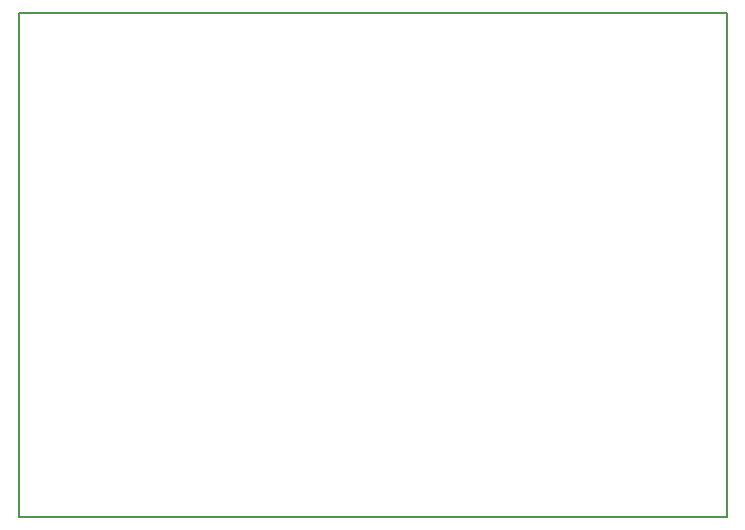
<source format=gbr>
G04 EAGLE Gerber RS-274X export*
G75*
%MOMM*%
%FSLAX34Y34*%
%LPD*%
%INSilkscreen Bottom*%
%IPPOS*%
%AMOC8*
5,1,8,0,0,1.08239X$1,22.5*%
G01*
%ADD10C,0.127000*%


D10*
X37220Y475890D02*
X37220Y49890D01*
X637220Y49890D01*
X637220Y475890D01*
X37220Y475890D01*
M02*

</source>
